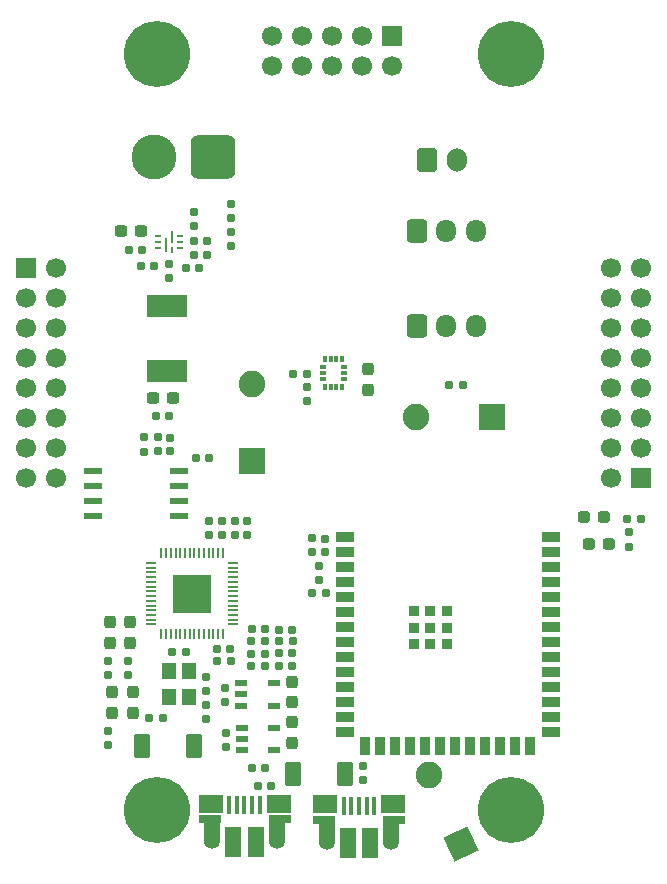
<source format=gbr>
%TF.GenerationSoftware,KiCad,Pcbnew,9.0.1*%
%TF.CreationDate,2025-04-26T03:22:34-04:00*%
%TF.ProjectId,MainBoardPCB,4d61696e-426f-4617-9264-5043422e6b69,rev?*%
%TF.SameCoordinates,Original*%
%TF.FileFunction,Soldermask,Top*%
%TF.FilePolarity,Negative*%
%FSLAX46Y46*%
G04 Gerber Fmt 4.6, Leading zero omitted, Abs format (unit mm)*
G04 Created by KiCad (PCBNEW 9.0.1) date 2025-04-26 03:22:34*
%MOMM*%
%LPD*%
G01*
G04 APERTURE LIST*
G04 Aperture macros list*
%AMRoundRect*
0 Rectangle with rounded corners*
0 $1 Rounding radius*
0 $2 $3 $4 $5 $6 $7 $8 $9 X,Y pos of 4 corners*
0 Add a 4 corners polygon primitive as box body*
4,1,4,$2,$3,$4,$5,$6,$7,$8,$9,$2,$3,0*
0 Add four circle primitives for the rounded corners*
1,1,$1+$1,$2,$3*
1,1,$1+$1,$4,$5*
1,1,$1+$1,$6,$7*
1,1,$1+$1,$8,$9*
0 Add four rect primitives between the rounded corners*
20,1,$1+$1,$2,$3,$4,$5,0*
20,1,$1+$1,$4,$5,$6,$7,0*
20,1,$1+$1,$6,$7,$8,$9,0*
20,1,$1+$1,$8,$9,$2,$3,0*%
%AMRotRect*
0 Rectangle, with rotation*
0 The origin of the aperture is its center*
0 $1 length*
0 $2 width*
0 $3 Rotation angle, in degrees counterclockwise*
0 Add horizontal line*
21,1,$1,$2,0,0,$3*%
G04 Aperture macros list end*
%ADD10RoundRect,0.160000X0.160000X-0.197500X0.160000X0.197500X-0.160000X0.197500X-0.160000X-0.197500X0*%
%ADD11R,0.304800X0.533400*%
%ADD12R,0.533400X0.304800*%
%ADD13R,1.524000X0.533400*%
%ADD14RoundRect,0.155000X-0.212500X-0.155000X0.212500X-0.155000X0.212500X0.155000X-0.212500X0.155000X0*%
%ADD15RoundRect,0.155000X-0.155000X0.212500X-0.155000X-0.212500X0.155000X-0.212500X0.155000X0.212500X0*%
%ADD16RoundRect,0.160000X-0.160000X0.197500X-0.160000X-0.197500X0.160000X-0.197500X0.160000X0.197500X0*%
%ADD17RoundRect,0.760000X1.140000X1.140000X-1.140000X1.140000X-1.140000X-1.140000X1.140000X-1.140000X0*%
%ADD18C,3.800000*%
%ADD19RoundRect,0.237500X0.287500X0.237500X-0.287500X0.237500X-0.287500X-0.237500X0.287500X-0.237500X0*%
%ADD20RotRect,2.250000X2.250000X205.000000*%
%ADD21C,2.250000*%
%ADD22R,1.700000X1.700000*%
%ADD23C,1.700000*%
%ADD24RoundRect,0.155000X0.155000X-0.212500X0.155000X0.212500X-0.155000X0.212500X-0.155000X-0.212500X0*%
%ADD25R,1.200000X1.400000*%
%ADD26RoundRect,0.250000X-0.450000X-0.800000X0.450000X-0.800000X0.450000X0.800000X-0.450000X0.800000X0*%
%ADD27C,3.600000*%
%ADD28C,5.600000*%
%ADD29RoundRect,0.237500X0.237500X-0.287500X0.237500X0.287500X-0.237500X0.287500X-0.237500X-0.287500X0*%
%ADD30RoundRect,0.155000X0.212500X0.155000X-0.212500X0.155000X-0.212500X-0.155000X0.212500X-0.155000X0*%
%ADD31RoundRect,0.237500X-0.300000X-0.237500X0.300000X-0.237500X0.300000X0.237500X-0.300000X0.237500X0*%
%ADD32R,1.498600X0.812800*%
%ADD33R,0.812800X1.498600*%
%ADD34R,0.889000X0.889000*%
%ADD35RoundRect,0.160000X0.197500X0.160000X-0.197500X0.160000X-0.197500X-0.160000X0.197500X-0.160000X0*%
%ADD36R,2.250000X2.250000*%
%ADD37R,3.400001X1.850000*%
%ADD38RoundRect,0.250000X-0.600000X-0.725000X0.600000X-0.725000X0.600000X0.725000X-0.600000X0.725000X0*%
%ADD39O,1.700000X1.950000*%
%ADD40RoundRect,0.237500X0.237500X-0.300000X0.237500X0.300000X-0.237500X0.300000X-0.237500X-0.300000X0*%
%ADD41RoundRect,0.160000X-0.197500X-0.160000X0.197500X-0.160000X0.197500X0.160000X-0.197500X0.160000X0*%
%ADD42R,0.977900X0.508000*%
%ADD43RoundRect,0.250000X0.450000X0.800000X-0.450000X0.800000X-0.450000X-0.800000X0.450000X-0.800000X0*%
%ADD44R,0.400000X1.650000*%
%ADD45R,1.825000X0.700000*%
%ADD46R,2.000000X1.500000*%
%ADD47R,1.350000X2.000000*%
%ADD48O,1.350000X1.700000*%
%ADD49O,1.100000X1.500000*%
%ADD50R,1.430000X2.500000*%
%ADD51RoundRect,0.237500X-0.237500X0.300000X-0.237500X-0.300000X0.237500X-0.300000X0.237500X0.300000X0*%
%ADD52RoundRect,0.237500X0.300000X0.237500X-0.300000X0.237500X-0.300000X-0.237500X0.300000X-0.237500X0*%
%ADD53R,0.549999X0.249999*%
%ADD54R,0.249999X1.000000*%
%ADD55R,0.249999X1.300000*%
%ADD56R,0.249999X0.549999*%
%ADD57RoundRect,0.050000X-0.387500X-0.050000X0.387500X-0.050000X0.387500X0.050000X-0.387500X0.050000X0*%
%ADD58RoundRect,0.050000X-0.050000X-0.387500X0.050000X-0.387500X0.050000X0.387500X-0.050000X0.387500X0*%
%ADD59R,3.200000X3.200000*%
%ADD60RoundRect,0.250000X-0.600000X-0.750000X0.600000X-0.750000X0.600000X0.750000X-0.600000X0.750000X0*%
%ADD61O,1.700000X2.000000*%
G04 APERTURE END LIST*
D10*
%TO.C,R12*%
X67260000Y-69495000D03*
X67260000Y-68300000D03*
%TD*%
D11*
%TO.C,U7*%
X67749999Y-53181100D03*
X68250000Y-53181100D03*
X68750000Y-53181100D03*
X69250001Y-53181100D03*
D12*
X69427100Y-52499999D03*
X69427100Y-52000000D03*
X69427100Y-51500001D03*
D11*
X69250001Y-50818900D03*
X68750000Y-50818900D03*
X68250000Y-50818900D03*
X67749999Y-50818900D03*
D12*
X67572900Y-51500001D03*
X67572900Y-52000000D03*
X67572900Y-52499999D03*
%TD*%
D13*
%TO.C,U2*%
X48110200Y-60330000D03*
X48110200Y-61600000D03*
X48110200Y-62870000D03*
X48110200Y-64140000D03*
X55400000Y-64140000D03*
X55400000Y-62870000D03*
X55400000Y-61600000D03*
X55400000Y-60330000D03*
%TD*%
D14*
%TO.C,C19*%
X66695000Y-70610000D03*
X67830000Y-70610000D03*
%TD*%
D15*
%TO.C,C20*%
X66690000Y-66010000D03*
X66690000Y-67145000D03*
%TD*%
D10*
%TO.C,R15*%
X66250008Y-54395000D03*
X66250000Y-53200000D03*
%TD*%
D16*
%TO.C,R2*%
X53600000Y-57450000D03*
X53600000Y-58645000D03*
%TD*%
D17*
%TO.C,J6*%
X58300000Y-33700000D03*
D18*
X53300000Y-33700000D03*
%TD*%
D14*
%TO.C,C9*%
X63890000Y-75730000D03*
X65025000Y-75730000D03*
%TD*%
D16*
%TO.C,R7*%
X59345000Y-78690000D03*
X59345000Y-79885000D03*
%TD*%
D19*
%TO.C,D1*%
X91850000Y-66450000D03*
X90100000Y-66450000D03*
%TD*%
D20*
%TO.C,BTSEL3*%
X79297019Y-91891000D03*
D21*
X76549999Y-86000000D03*
%TD*%
D14*
%TO.C,C15*%
X63890000Y-73770000D03*
X65025000Y-73770000D03*
%TD*%
D22*
%TO.C,J4*%
X94540000Y-60890000D03*
D23*
X92000000Y-60890000D03*
X94540000Y-58350000D03*
X92000000Y-58350000D03*
X94540000Y-55810000D03*
X92000000Y-55810000D03*
X94540000Y-53270000D03*
X92000000Y-53270000D03*
X94540000Y-50730000D03*
X92000000Y-50730000D03*
X94540000Y-48190000D03*
X92000000Y-48190000D03*
X94540000Y-45650000D03*
X92000000Y-45650000D03*
X94540000Y-43110000D03*
X92000000Y-43110000D03*
%TD*%
D24*
%TO.C,C8*%
X60160000Y-65690000D03*
X60160000Y-64555000D03*
%TD*%
D25*
%TO.C,Y1*%
X54590000Y-77190000D03*
X54590000Y-79390000D03*
X56290000Y-79390000D03*
X56290000Y-77190000D03*
%TD*%
D26*
%TO.C,D3*%
X65050000Y-85950000D03*
X69450000Y-85950000D03*
%TD*%
D27*
%TO.C,H1*%
X53535500Y-25000000D03*
D28*
X53535500Y-25000000D03*
%TD*%
D29*
%TO.C,D7*%
X49750000Y-80750000D03*
X49750000Y-79000000D03*
%TD*%
%TO.C,D8*%
X51500000Y-80750000D03*
X51500000Y-79000000D03*
%TD*%
D22*
%TO.C,J9*%
X73460000Y-23460000D03*
D23*
X73460000Y-26000000D03*
X70920000Y-23460000D03*
X70920000Y-26000000D03*
X68380000Y-23460000D03*
X68380000Y-26000000D03*
X65840000Y-23460000D03*
X65840000Y-26000000D03*
X63300000Y-23460000D03*
X63300000Y-26000000D03*
%TD*%
D14*
%TO.C,C14*%
X63900000Y-74700000D03*
X65035000Y-74700000D03*
%TD*%
D15*
%TO.C,C21*%
X67770000Y-66030000D03*
X67770000Y-67165000D03*
%TD*%
D14*
%TO.C,C13*%
X63880000Y-76820000D03*
X65015000Y-76820000D03*
%TD*%
D16*
%TO.C,R3*%
X57950000Y-64500000D03*
X57950000Y-65695000D03*
%TD*%
D30*
%TO.C,C4*%
X62660000Y-76810000D03*
X61525000Y-76810000D03*
%TD*%
D14*
%TO.C,C28*%
X56010000Y-43100000D03*
X57145000Y-43100000D03*
%TD*%
D24*
%TO.C,C31*%
X57780000Y-42000000D03*
X57780000Y-40865000D03*
%TD*%
D31*
%TO.C,C32*%
X53200000Y-54150000D03*
X54925000Y-54150000D03*
%TD*%
D32*
%TO.C,U4*%
X69435000Y-65860000D03*
X69435000Y-67130000D03*
X69435000Y-68400000D03*
X69435000Y-69670000D03*
X69435000Y-70940000D03*
X69435000Y-72210000D03*
X69435000Y-73480000D03*
X69435000Y-74750000D03*
X69435000Y-76020000D03*
X69435000Y-77290000D03*
X69435000Y-78560000D03*
X69435000Y-79830000D03*
X69435000Y-81100000D03*
X69435000Y-82370000D03*
D33*
X71200000Y-83620000D03*
X72470000Y-83620000D03*
X73740000Y-83620000D03*
X75010000Y-83620000D03*
X76280000Y-83620000D03*
X77550000Y-83620000D03*
X78820000Y-83620000D03*
X80090000Y-83620000D03*
X81360000Y-83620000D03*
X82630000Y-83620000D03*
X83900000Y-83620000D03*
X85170000Y-83620000D03*
D32*
X86935000Y-82370000D03*
X86935000Y-81100000D03*
X86935000Y-79830000D03*
X86935000Y-78560000D03*
X86935000Y-77290000D03*
X86935000Y-76020000D03*
X86935000Y-74750000D03*
X86935000Y-73480000D03*
X86935000Y-72210000D03*
X86935000Y-70940000D03*
X86935000Y-69670000D03*
X86935000Y-68400000D03*
X86935000Y-67130000D03*
X86935000Y-65860000D03*
D34*
X76685000Y-73580000D03*
X75285000Y-72180000D03*
X75285000Y-73580000D03*
X75285000Y-74980000D03*
X76685000Y-74980000D03*
X78085000Y-74980000D03*
X78085000Y-73580000D03*
X78085000Y-72180000D03*
X76685000Y-72180000D03*
%TD*%
D29*
%TO.C,D6*%
X51250000Y-74850000D03*
X51250000Y-73100000D03*
%TD*%
D14*
%TO.C,C30*%
X52175000Y-42960000D03*
X53310000Y-42960000D03*
%TD*%
D16*
%TO.C,R4*%
X59100000Y-64515000D03*
X59100000Y-65710000D03*
%TD*%
D35*
%TO.C,R20*%
X54100000Y-81200000D03*
X52905000Y-81200000D03*
%TD*%
D30*
%TO.C,C1*%
X63250000Y-87000000D03*
X62115000Y-87000000D03*
%TD*%
D36*
%TO.C,BTSEL1*%
X61600000Y-59450000D03*
D21*
X61600000Y-52950000D03*
%TD*%
D37*
%TO.C,L1*%
X54400000Y-46300000D03*
X54400000Y-51850000D03*
%TD*%
D38*
%TO.C,J7*%
X75550000Y-40000000D03*
D39*
X78050000Y-40000000D03*
X80550000Y-40000000D03*
%TD*%
D35*
%TO.C,R11*%
X94520000Y-64330000D03*
X93325000Y-64330000D03*
%TD*%
D16*
%TO.C,R9*%
X59850000Y-40050000D03*
X59850000Y-41245000D03*
%TD*%
D14*
%TO.C,C6*%
X58650000Y-76350000D03*
X59785000Y-76350000D03*
%TD*%
%TO.C,C7*%
X58645000Y-75350000D03*
X59780000Y-75350000D03*
%TD*%
D40*
%TO.C,C34*%
X71400000Y-53400000D03*
X71400000Y-51675000D03*
%TD*%
D14*
%TO.C,C5*%
X56865000Y-59200000D03*
X58000000Y-59200000D03*
%TD*%
D30*
%TO.C,C12*%
X62660000Y-75780000D03*
X61525000Y-75780000D03*
%TD*%
D16*
%TO.C,R14*%
X56690000Y-38360000D03*
X56690000Y-39555000D03*
%TD*%
D41*
%TO.C,R16*%
X65055000Y-52050000D03*
X66250000Y-52050000D03*
%TD*%
D42*
%TO.C,U6*%
X60704500Y-78270000D03*
X60704500Y-79220001D03*
X60704500Y-80170002D03*
X63435000Y-80170002D03*
X63435000Y-78270000D03*
%TD*%
D30*
%TO.C,C11*%
X62680000Y-74730000D03*
X61545000Y-74730000D03*
%TD*%
D16*
%TO.C,R5*%
X57710001Y-77759999D03*
X57710001Y-78954999D03*
%TD*%
D30*
%TO.C,C26*%
X52300000Y-41570000D03*
X51165000Y-41570000D03*
%TD*%
%TO.C,C2*%
X55980002Y-75640000D03*
X54845002Y-75640000D03*
%TD*%
D15*
%TO.C,C29*%
X54560000Y-42795000D03*
X54560000Y-43930000D03*
%TD*%
D10*
%TO.C,R10*%
X93500000Y-66697500D03*
X93500000Y-65502500D03*
%TD*%
D43*
%TO.C,D4*%
X56677500Y-83580000D03*
X52277500Y-83580000D03*
%TD*%
D24*
%TO.C,C25*%
X71000000Y-86450000D03*
X71000000Y-85315000D03*
%TD*%
D29*
%TO.C,D5*%
X49600000Y-74850000D03*
X49600000Y-73100000D03*
%TD*%
D15*
%TO.C,C3*%
X57700000Y-80150000D03*
X57700000Y-81285000D03*
%TD*%
D27*
%TO.C,H2*%
X83535500Y-25000000D03*
D28*
X83535500Y-25000000D03*
%TD*%
D30*
%TO.C,C22*%
X62700000Y-85440000D03*
X61565000Y-85440000D03*
%TD*%
D16*
%TO.C,R13*%
X56670000Y-40805000D03*
X56670000Y-42000000D03*
%TD*%
D44*
%TO.C,J2*%
X59660000Y-88590000D03*
X60310000Y-88590000D03*
X60960000Y-88590000D03*
X61610000Y-88590000D03*
X62260000Y-88590000D03*
D45*
X58010000Y-89790000D03*
D46*
X58110000Y-88490000D03*
D47*
X58230000Y-90540000D03*
D48*
X58230000Y-91470000D03*
D49*
X58540000Y-88470000D03*
D50*
X60000000Y-91740000D03*
X61920000Y-91740000D03*
D49*
X63380000Y-88470000D03*
D48*
X63690000Y-91470000D03*
D47*
X63710000Y-90540000D03*
D46*
X63860000Y-88470000D03*
D45*
X63960000Y-89790000D03*
%TD*%
D38*
%TO.C,J8*%
X75550000Y-48050000D03*
D39*
X78050000Y-48050000D03*
X80550000Y-48050000D03*
%TD*%
D36*
%TO.C,BTSEL2*%
X81950000Y-55700000D03*
D21*
X75450000Y-55700000D03*
%TD*%
D10*
%TO.C,R19*%
X49400000Y-83495000D03*
X49400000Y-82300000D03*
%TD*%
%TO.C,R18*%
X51100000Y-77545000D03*
X51100000Y-76350000D03*
%TD*%
D30*
%TO.C,C18*%
X79450000Y-53000000D03*
X78315000Y-53000000D03*
%TD*%
D42*
%TO.C,U5*%
X60734500Y-82050000D03*
X60734500Y-83000001D03*
X60734500Y-83950002D03*
X63465000Y-83950002D03*
X63465000Y-82050000D03*
%TD*%
D16*
%TO.C,R8*%
X59850000Y-37650000D03*
X59850000Y-38845000D03*
%TD*%
D51*
%TO.C,C24*%
X64950000Y-78125000D03*
X64950000Y-79850000D03*
%TD*%
D52*
%TO.C,C27*%
X52200000Y-39950000D03*
X50475000Y-39950000D03*
%TD*%
D51*
%TO.C,C23*%
X64975000Y-81575000D03*
X64975000Y-83300000D03*
%TD*%
D27*
%TO.C,H4*%
X53535500Y-89000000D03*
D28*
X53535500Y-89000000D03*
%TD*%
D10*
%TO.C,R1*%
X52450000Y-58650000D03*
X52450000Y-57455000D03*
%TD*%
D19*
%TO.C,D2*%
X91430000Y-64230000D03*
X89680000Y-64230000D03*
%TD*%
D14*
%TO.C,C33*%
X53465000Y-55600000D03*
X54600000Y-55600000D03*
%TD*%
D24*
%TO.C,C10*%
X61195000Y-65690000D03*
X61195000Y-64555000D03*
%TD*%
D27*
%TO.C,H3*%
X83535500Y-89000000D03*
D28*
X83535500Y-89000000D03*
%TD*%
D44*
%TO.C,J1*%
X69350000Y-88620000D03*
X70000000Y-88620000D03*
X70650000Y-88620000D03*
X71300000Y-88620000D03*
X71950000Y-88620000D03*
D45*
X67700000Y-89820000D03*
D46*
X67800000Y-88520000D03*
D47*
X67920000Y-90570000D03*
D48*
X67920000Y-91500000D03*
D49*
X68230000Y-88500000D03*
D50*
X69690000Y-91770000D03*
X71610000Y-91770000D03*
D49*
X73070000Y-88500000D03*
D48*
X73380000Y-91500000D03*
D47*
X73400000Y-90570000D03*
D46*
X73550000Y-88500000D03*
D45*
X73650000Y-89820000D03*
%TD*%
D10*
%TO.C,R17*%
X49450000Y-77595000D03*
X49450000Y-76400000D03*
%TD*%
D53*
%TO.C,U1*%
X55484997Y-41405002D03*
X55484997Y-40905003D03*
X55484997Y-40405001D03*
D54*
X54810000Y-40455001D03*
D53*
X53634998Y-40405001D03*
X53634998Y-40905003D03*
X53634998Y-41405002D03*
D55*
X54310000Y-41204999D03*
D56*
X54810000Y-41580000D03*
%TD*%
D22*
%TO.C,J3*%
X42460000Y-43110000D03*
D23*
X45000000Y-43110000D03*
X42460000Y-45650000D03*
X45000000Y-45650000D03*
X42460000Y-48190000D03*
X45000000Y-48190000D03*
X42460000Y-50730000D03*
X45000000Y-50730000D03*
X42460000Y-53270000D03*
X45000000Y-53270000D03*
X42460000Y-55810000D03*
X45000000Y-55810000D03*
X42460000Y-58350000D03*
X45000000Y-58350000D03*
X42460000Y-60890000D03*
X45000000Y-60890000D03*
%TD*%
D57*
%TO.C,U3*%
X53087500Y-68087500D03*
X53087500Y-68487500D03*
X53087500Y-68887500D03*
X53087500Y-69287500D03*
X53087500Y-69687500D03*
X53087500Y-70087500D03*
X53087500Y-70487500D03*
X53087500Y-70887500D03*
X53087500Y-71287500D03*
X53087500Y-71687500D03*
X53087500Y-72087500D03*
X53087500Y-72487500D03*
X53087500Y-72887500D03*
X53087500Y-73287500D03*
D58*
X53925000Y-74125000D03*
X54325000Y-74125000D03*
X54725000Y-74125000D03*
X55125000Y-74125000D03*
X55525000Y-74125000D03*
X55925000Y-74125000D03*
X56325000Y-74125000D03*
X56725000Y-74125000D03*
X57125000Y-74125000D03*
X57525000Y-74125000D03*
X57925000Y-74125000D03*
X58325000Y-74125000D03*
X58725000Y-74125000D03*
X59125000Y-74125000D03*
D57*
X59962500Y-73287500D03*
X59962500Y-72887500D03*
X59962500Y-72487500D03*
X59962500Y-72087500D03*
X59962500Y-71687500D03*
X59962500Y-71287500D03*
X59962500Y-70887500D03*
X59962500Y-70487500D03*
X59962500Y-70087500D03*
X59962500Y-69687500D03*
X59962500Y-69287500D03*
X59962500Y-68887500D03*
X59962500Y-68487500D03*
X59962500Y-68087500D03*
D58*
X59125000Y-67250000D03*
X58725000Y-67250000D03*
X58325000Y-67250000D03*
X57925000Y-67250000D03*
X57525000Y-67250000D03*
X57125000Y-67250000D03*
X56725000Y-67250000D03*
X56325000Y-67250000D03*
X55925000Y-67250000D03*
X55525000Y-67250000D03*
X55125000Y-67250000D03*
X54725000Y-67250000D03*
X54325000Y-67250000D03*
X53925000Y-67250000D03*
D59*
X56525000Y-70687500D03*
%TD*%
D30*
%TO.C,C16*%
X62715000Y-73710000D03*
X61580000Y-73710000D03*
%TD*%
D16*
%TO.C,R6*%
X59435000Y-82455000D03*
X59435000Y-83650000D03*
%TD*%
D15*
%TO.C,C17*%
X54700000Y-57465000D03*
X54700000Y-58600000D03*
%TD*%
D60*
%TO.C,J5*%
X76450000Y-34000000D03*
D61*
X78950000Y-34000000D03*
%TD*%
M02*

</source>
